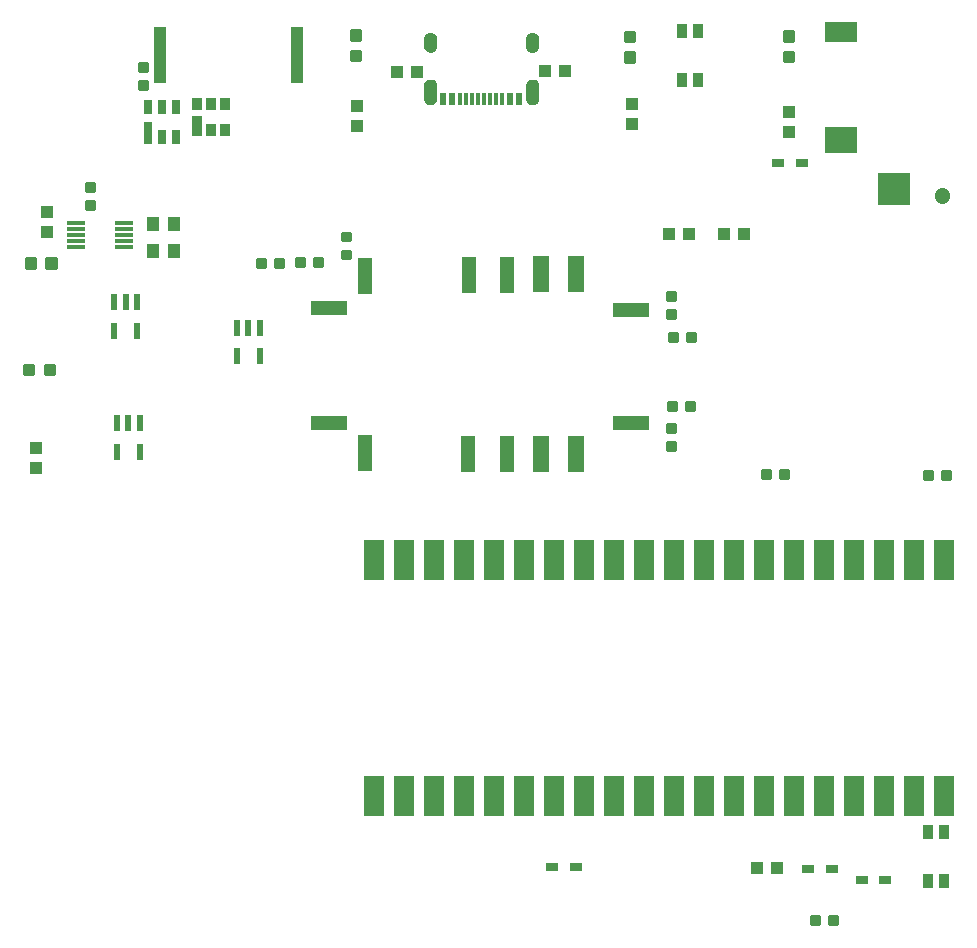
<source format=gtp>
G75*
%MOIN*%
%OFA0B0*%
%FSLAX25Y25*%
%IPPOS*%
%LPD*%
%AMOC8*
5,1,8,0,0,1.08239X$1,22.5*
%
%ADD10R,0.03937X0.04331*%
%ADD11R,0.06693X0.13780*%
%ADD12R,0.03543X0.04921*%
%ADD13R,0.05000X0.12000*%
%ADD14R,0.12000X0.05000*%
%ADD15R,0.05500X0.12000*%
%ADD16R,0.05600X0.12000*%
%ADD17C,0.00875*%
%ADD18R,0.01181X0.03937*%
%ADD19R,0.02362X0.03937*%
%ADD20C,0.00039*%
%ADD21R,0.03937X0.03150*%
%ADD22C,0.01181*%
%ADD23R,0.02700X0.07700*%
%ADD24R,0.02700X0.04600*%
%ADD25R,0.03937X0.12992*%
%ADD26R,0.03189X0.06693*%
%ADD27R,0.03189X0.04134*%
%ADD28C,0.05000*%
%ADD29R,0.06000X0.01300*%
%ADD30R,0.04134X0.05118*%
%ADD31R,0.11024X0.06661*%
%ADD32R,0.11024X0.09024*%
%ADD33R,0.11024X0.11024*%
%ADD34R,0.02200X0.05800*%
D10*
X0049035Y0196881D03*
X0049035Y0203574D03*
X0052835Y0275581D03*
X0052835Y0282274D03*
X0156135Y0310881D03*
X0156135Y0317574D03*
X0169488Y0328928D03*
X0176181Y0328928D03*
X0218788Y0329128D03*
X0225481Y0329128D03*
X0247635Y0318174D03*
X0247635Y0311481D03*
X0260088Y0274828D03*
X0266781Y0274828D03*
X0278288Y0274828D03*
X0284981Y0274828D03*
X0300135Y0308781D03*
X0300135Y0315474D03*
X0296181Y0063628D03*
X0289488Y0063628D03*
D11*
X0161835Y0087358D03*
X0171835Y0087358D03*
X0181835Y0087358D03*
X0191835Y0087358D03*
X0201835Y0087358D03*
X0211835Y0087358D03*
X0221835Y0087358D03*
X0231835Y0087358D03*
X0241835Y0087358D03*
X0251835Y0087358D03*
X0261835Y0087358D03*
X0271835Y0087358D03*
X0281835Y0087358D03*
X0291835Y0087358D03*
X0301835Y0087358D03*
X0311835Y0087358D03*
X0321835Y0087358D03*
X0331835Y0087358D03*
X0341835Y0087358D03*
X0351835Y0087358D03*
X0351835Y0166098D03*
X0341835Y0166098D03*
X0331835Y0166098D03*
X0321835Y0166098D03*
X0311835Y0166098D03*
X0301835Y0166098D03*
X0291835Y0166098D03*
X0281835Y0166098D03*
X0271835Y0166098D03*
X0261835Y0166098D03*
X0251835Y0166098D03*
X0241835Y0166098D03*
X0231835Y0166098D03*
X0221835Y0166098D03*
X0211835Y0166098D03*
X0201835Y0166098D03*
X0191835Y0166098D03*
X0181835Y0166098D03*
X0171835Y0166098D03*
X0161835Y0166098D03*
D12*
X0264482Y0326155D03*
X0269797Y0326155D03*
X0269797Y0342494D03*
X0264443Y0342494D03*
X0346243Y0075594D03*
X0351597Y0075594D03*
X0351597Y0059255D03*
X0346282Y0059255D03*
D13*
X0206009Y0201432D03*
X0193189Y0201432D03*
X0158669Y0201932D03*
X0158788Y0260736D03*
X0193504Y0261169D03*
X0206004Y0261279D03*
D14*
X0247287Y0249432D03*
X0247268Y0211932D03*
X0146748Y0211736D03*
X0146768Y0250236D03*
D15*
X0217504Y0261389D03*
X0217528Y0201432D03*
X0229048Y0201432D03*
D16*
X0229004Y0261499D03*
D17*
X0259422Y0255441D02*
X0259422Y0252815D01*
X0259422Y0255441D02*
X0262048Y0255441D01*
X0262048Y0252815D01*
X0259422Y0252815D01*
X0259422Y0253689D02*
X0262048Y0253689D01*
X0262048Y0254563D02*
X0259422Y0254563D01*
X0259422Y0255437D02*
X0262048Y0255437D01*
X0259422Y0249441D02*
X0259422Y0246815D01*
X0259422Y0249441D02*
X0262048Y0249441D01*
X0262048Y0246815D01*
X0259422Y0246815D01*
X0259422Y0247689D02*
X0262048Y0247689D01*
X0262048Y0248563D02*
X0259422Y0248563D01*
X0259422Y0249437D02*
X0262048Y0249437D01*
X0262748Y0239115D02*
X0260122Y0239115D01*
X0260122Y0241741D01*
X0262748Y0241741D01*
X0262748Y0239115D01*
X0262748Y0239989D02*
X0260122Y0239989D01*
X0260122Y0240863D02*
X0262748Y0240863D01*
X0262748Y0241737D02*
X0260122Y0241737D01*
X0266122Y0239115D02*
X0268748Y0239115D01*
X0266122Y0239115D02*
X0266122Y0241741D01*
X0268748Y0241741D01*
X0268748Y0239115D01*
X0268748Y0239989D02*
X0266122Y0239989D01*
X0266122Y0240863D02*
X0268748Y0240863D01*
X0268748Y0241737D02*
X0266122Y0241737D01*
X0265622Y0218941D02*
X0268248Y0218941D01*
X0268248Y0216315D01*
X0265622Y0216315D01*
X0265622Y0218941D01*
X0265622Y0217189D02*
X0268248Y0217189D01*
X0268248Y0218063D02*
X0265622Y0218063D01*
X0265622Y0218937D02*
X0268248Y0218937D01*
X0262248Y0218941D02*
X0259622Y0218941D01*
X0262248Y0218941D02*
X0262248Y0216315D01*
X0259622Y0216315D01*
X0259622Y0218941D01*
X0259622Y0217189D02*
X0262248Y0217189D01*
X0262248Y0218063D02*
X0259622Y0218063D01*
X0259622Y0218937D02*
X0262248Y0218937D01*
X0259422Y0211541D02*
X0259422Y0208915D01*
X0259422Y0211541D02*
X0262048Y0211541D01*
X0262048Y0208915D01*
X0259422Y0208915D01*
X0259422Y0209789D02*
X0262048Y0209789D01*
X0262048Y0210663D02*
X0259422Y0210663D01*
X0259422Y0211537D02*
X0262048Y0211537D01*
X0259422Y0205541D02*
X0259422Y0202915D01*
X0259422Y0205541D02*
X0262048Y0205541D01*
X0262048Y0202915D01*
X0259422Y0202915D01*
X0259422Y0203789D02*
X0262048Y0203789D01*
X0262048Y0204663D02*
X0259422Y0204663D01*
X0259422Y0205537D02*
X0262048Y0205537D01*
X0291122Y0193515D02*
X0293748Y0193515D01*
X0291122Y0193515D02*
X0291122Y0196141D01*
X0293748Y0196141D01*
X0293748Y0193515D01*
X0293748Y0194389D02*
X0291122Y0194389D01*
X0291122Y0195263D02*
X0293748Y0195263D01*
X0293748Y0196137D02*
X0291122Y0196137D01*
X0297122Y0193515D02*
X0299748Y0193515D01*
X0297122Y0193515D02*
X0297122Y0196141D01*
X0299748Y0196141D01*
X0299748Y0193515D01*
X0299748Y0194389D02*
X0297122Y0194389D01*
X0297122Y0195263D02*
X0299748Y0195263D01*
X0299748Y0196137D02*
X0297122Y0196137D01*
X0345122Y0193115D02*
X0347748Y0193115D01*
X0345122Y0193115D02*
X0345122Y0195741D01*
X0347748Y0195741D01*
X0347748Y0193115D01*
X0347748Y0193989D02*
X0345122Y0193989D01*
X0345122Y0194863D02*
X0347748Y0194863D01*
X0347748Y0195737D02*
X0345122Y0195737D01*
X0351122Y0193115D02*
X0353748Y0193115D01*
X0351122Y0193115D02*
X0351122Y0195741D01*
X0353748Y0195741D01*
X0353748Y0193115D01*
X0353748Y0193989D02*
X0351122Y0193989D01*
X0351122Y0194863D02*
X0353748Y0194863D01*
X0353748Y0195737D02*
X0351122Y0195737D01*
X0315948Y0047441D02*
X0313322Y0047441D01*
X0315948Y0047441D02*
X0315948Y0044815D01*
X0313322Y0044815D01*
X0313322Y0047441D01*
X0313322Y0045689D02*
X0315948Y0045689D01*
X0315948Y0046563D02*
X0313322Y0046563D01*
X0313322Y0047437D02*
X0315948Y0047437D01*
X0309948Y0047441D02*
X0307322Y0047441D01*
X0309948Y0047441D02*
X0309948Y0044815D01*
X0307322Y0044815D01*
X0307322Y0047441D01*
X0307322Y0045689D02*
X0309948Y0045689D01*
X0309948Y0046563D02*
X0307322Y0046563D01*
X0307322Y0047437D02*
X0309948Y0047437D01*
X0131348Y0263915D02*
X0128722Y0263915D01*
X0128722Y0266541D01*
X0131348Y0266541D01*
X0131348Y0263915D01*
X0131348Y0264789D02*
X0128722Y0264789D01*
X0128722Y0265663D02*
X0131348Y0265663D01*
X0131348Y0266537D02*
X0128722Y0266537D01*
X0125348Y0263915D02*
X0122722Y0263915D01*
X0122722Y0266541D01*
X0125348Y0266541D01*
X0125348Y0263915D01*
X0125348Y0264789D02*
X0122722Y0264789D01*
X0122722Y0265663D02*
X0125348Y0265663D01*
X0125348Y0266537D02*
X0122722Y0266537D01*
X0135822Y0266841D02*
X0138448Y0266841D01*
X0138448Y0264215D01*
X0135822Y0264215D01*
X0135822Y0266841D01*
X0135822Y0265089D02*
X0138448Y0265089D01*
X0138448Y0265963D02*
X0135822Y0265963D01*
X0135822Y0266837D02*
X0138448Y0266837D01*
X0141822Y0266841D02*
X0144448Y0266841D01*
X0144448Y0264215D01*
X0141822Y0264215D01*
X0141822Y0266841D01*
X0141822Y0265089D02*
X0144448Y0265089D01*
X0144448Y0265963D02*
X0141822Y0265963D01*
X0141822Y0266837D02*
X0144448Y0266837D01*
X0151022Y0266715D02*
X0151022Y0269341D01*
X0153648Y0269341D01*
X0153648Y0266715D01*
X0151022Y0266715D01*
X0151022Y0267589D02*
X0153648Y0267589D01*
X0153648Y0268463D02*
X0151022Y0268463D01*
X0151022Y0269337D02*
X0153648Y0269337D01*
X0151022Y0272715D02*
X0151022Y0275341D01*
X0153648Y0275341D01*
X0153648Y0272715D01*
X0151022Y0272715D01*
X0151022Y0273589D02*
X0153648Y0273589D01*
X0153648Y0274463D02*
X0151022Y0274463D01*
X0151022Y0275337D02*
X0153648Y0275337D01*
X0083522Y0323115D02*
X0083522Y0325741D01*
X0086148Y0325741D01*
X0086148Y0323115D01*
X0083522Y0323115D01*
X0083522Y0323989D02*
X0086148Y0323989D01*
X0086148Y0324863D02*
X0083522Y0324863D01*
X0083522Y0325737D02*
X0086148Y0325737D01*
X0083522Y0329115D02*
X0083522Y0331741D01*
X0086148Y0331741D01*
X0086148Y0329115D01*
X0083522Y0329115D01*
X0083522Y0329989D02*
X0086148Y0329989D01*
X0086148Y0330863D02*
X0083522Y0330863D01*
X0083522Y0331737D02*
X0086148Y0331737D01*
X0065622Y0291941D02*
X0065622Y0289315D01*
X0065622Y0291941D02*
X0068248Y0291941D01*
X0068248Y0289315D01*
X0065622Y0289315D01*
X0065622Y0290189D02*
X0068248Y0290189D01*
X0068248Y0291063D02*
X0065622Y0291063D01*
X0065622Y0291937D02*
X0068248Y0291937D01*
X0065622Y0285941D02*
X0065622Y0283315D01*
X0065622Y0285941D02*
X0068248Y0285941D01*
X0068248Y0283315D01*
X0065622Y0283315D01*
X0065622Y0284189D02*
X0068248Y0284189D01*
X0068248Y0285063D02*
X0065622Y0285063D01*
X0065622Y0285937D02*
X0068248Y0285937D01*
D18*
X0190545Y0319966D03*
X0192513Y0319966D03*
X0194482Y0319966D03*
X0196450Y0319966D03*
X0198419Y0319966D03*
X0200387Y0319966D03*
X0202356Y0319966D03*
X0204325Y0319966D03*
D19*
X0207080Y0319966D03*
X0210132Y0319966D03*
X0187789Y0319966D03*
X0184738Y0319966D03*
D20*
X0182395Y0320084D02*
X0182395Y0324809D01*
X0182309Y0325181D01*
X0182142Y0325524D01*
X0181903Y0325821D01*
X0181604Y0326058D01*
X0181260Y0326223D01*
X0180887Y0326306D01*
X0180506Y0326305D01*
X0180085Y0326297D01*
X0179677Y0326196D01*
X0179301Y0326007D01*
X0178977Y0325739D01*
X0178720Y0325406D01*
X0178545Y0325024D01*
X0178458Y0324612D01*
X0178458Y0319887D01*
X0178529Y0319456D01*
X0178694Y0319052D01*
X0182137Y0319052D01*
X0182115Y0319014D02*
X0178720Y0319014D01*
X0178694Y0319052D02*
X0178945Y0318694D01*
X0179269Y0318401D01*
X0179650Y0318187D01*
X0180069Y0318064D01*
X0180506Y0318037D01*
X0180942Y0318104D01*
X0181352Y0318266D01*
X0181716Y0318516D01*
X0182015Y0318840D01*
X0182235Y0319222D01*
X0182364Y0319644D01*
X0182395Y0320084D01*
X0182395Y0320075D02*
X0178458Y0320075D01*
X0178458Y0320113D02*
X0182395Y0320113D01*
X0182395Y0320151D02*
X0178458Y0320151D01*
X0178458Y0320189D02*
X0182395Y0320189D01*
X0182395Y0320226D02*
X0178458Y0320226D01*
X0178458Y0320264D02*
X0182395Y0320264D01*
X0182395Y0320302D02*
X0178458Y0320302D01*
X0178458Y0320340D02*
X0182395Y0320340D01*
X0182395Y0320378D02*
X0178458Y0320378D01*
X0178458Y0320416D02*
X0182395Y0320416D01*
X0182395Y0320454D02*
X0178458Y0320454D01*
X0178458Y0320492D02*
X0182395Y0320492D01*
X0182395Y0320529D02*
X0178458Y0320529D01*
X0178458Y0320567D02*
X0182395Y0320567D01*
X0182395Y0320605D02*
X0178458Y0320605D01*
X0178458Y0320643D02*
X0182395Y0320643D01*
X0182395Y0320681D02*
X0178458Y0320681D01*
X0178458Y0320719D02*
X0182395Y0320719D01*
X0182395Y0320757D02*
X0178458Y0320757D01*
X0178458Y0320795D02*
X0182395Y0320795D01*
X0182395Y0320833D02*
X0178458Y0320833D01*
X0178458Y0320870D02*
X0182395Y0320870D01*
X0182395Y0320908D02*
X0178458Y0320908D01*
X0178458Y0320946D02*
X0182395Y0320946D01*
X0182395Y0320984D02*
X0178458Y0320984D01*
X0178458Y0321022D02*
X0182395Y0321022D01*
X0182395Y0321060D02*
X0178458Y0321060D01*
X0178458Y0321098D02*
X0182395Y0321098D01*
X0182395Y0321136D02*
X0178458Y0321136D01*
X0178458Y0321173D02*
X0182395Y0321173D01*
X0182395Y0321211D02*
X0178458Y0321211D01*
X0178458Y0321249D02*
X0182395Y0321249D01*
X0182395Y0321287D02*
X0178458Y0321287D01*
X0178458Y0321325D02*
X0182395Y0321325D01*
X0182395Y0321363D02*
X0178458Y0321363D01*
X0178458Y0321401D02*
X0182395Y0321401D01*
X0182395Y0321439D02*
X0178458Y0321439D01*
X0178458Y0321477D02*
X0182395Y0321477D01*
X0182395Y0321514D02*
X0178458Y0321514D01*
X0178458Y0321552D02*
X0182395Y0321552D01*
X0182395Y0321590D02*
X0178458Y0321590D01*
X0178458Y0321628D02*
X0182395Y0321628D01*
X0182395Y0321666D02*
X0178458Y0321666D01*
X0178458Y0321704D02*
X0182395Y0321704D01*
X0182395Y0321742D02*
X0178458Y0321742D01*
X0178458Y0321780D02*
X0182395Y0321780D01*
X0182395Y0321817D02*
X0178458Y0321817D01*
X0178458Y0321855D02*
X0182395Y0321855D01*
X0182395Y0321893D02*
X0178458Y0321893D01*
X0178458Y0321931D02*
X0182395Y0321931D01*
X0182395Y0321969D02*
X0178458Y0321969D01*
X0178458Y0322007D02*
X0182395Y0322007D01*
X0182395Y0322045D02*
X0178458Y0322045D01*
X0178458Y0322083D02*
X0182395Y0322083D01*
X0182395Y0322121D02*
X0178458Y0322121D01*
X0178458Y0322158D02*
X0182395Y0322158D01*
X0182395Y0322196D02*
X0178458Y0322196D01*
X0178458Y0322234D02*
X0182395Y0322234D01*
X0182395Y0322272D02*
X0178458Y0322272D01*
X0178458Y0322310D02*
X0182395Y0322310D01*
X0182395Y0322348D02*
X0178458Y0322348D01*
X0178458Y0322386D02*
X0182395Y0322386D01*
X0182395Y0322424D02*
X0178458Y0322424D01*
X0178458Y0322461D02*
X0182395Y0322461D01*
X0182395Y0322499D02*
X0178458Y0322499D01*
X0178458Y0322537D02*
X0182395Y0322537D01*
X0182395Y0322575D02*
X0178458Y0322575D01*
X0178458Y0322613D02*
X0182395Y0322613D01*
X0182395Y0322651D02*
X0178458Y0322651D01*
X0178458Y0322689D02*
X0182395Y0322689D01*
X0182395Y0322727D02*
X0178458Y0322727D01*
X0178458Y0322764D02*
X0182395Y0322764D01*
X0182395Y0322802D02*
X0178458Y0322802D01*
X0178458Y0322840D02*
X0182395Y0322840D01*
X0182395Y0322878D02*
X0178458Y0322878D01*
X0178458Y0322916D02*
X0182395Y0322916D01*
X0182395Y0322954D02*
X0178458Y0322954D01*
X0178458Y0322992D02*
X0182395Y0322992D01*
X0182395Y0323030D02*
X0178458Y0323030D01*
X0178458Y0323068D02*
X0182395Y0323068D01*
X0182395Y0323105D02*
X0178458Y0323105D01*
X0178458Y0323143D02*
X0182395Y0323143D01*
X0182395Y0323181D02*
X0178458Y0323181D01*
X0178458Y0323219D02*
X0182395Y0323219D01*
X0182395Y0323257D02*
X0178458Y0323257D01*
X0178458Y0323295D02*
X0182395Y0323295D01*
X0182395Y0323333D02*
X0178458Y0323333D01*
X0178458Y0323371D02*
X0182395Y0323371D01*
X0182395Y0323408D02*
X0178458Y0323408D01*
X0178458Y0323446D02*
X0182395Y0323446D01*
X0182395Y0323484D02*
X0178458Y0323484D01*
X0178458Y0323522D02*
X0182395Y0323522D01*
X0182395Y0323560D02*
X0178458Y0323560D01*
X0178458Y0323598D02*
X0182395Y0323598D01*
X0182395Y0323636D02*
X0178458Y0323636D01*
X0178458Y0323674D02*
X0182395Y0323674D01*
X0182395Y0323712D02*
X0178458Y0323712D01*
X0178458Y0323749D02*
X0182395Y0323749D01*
X0182395Y0323787D02*
X0178458Y0323787D01*
X0178458Y0323825D02*
X0182395Y0323825D01*
X0182395Y0323863D02*
X0178458Y0323863D01*
X0178458Y0323901D02*
X0182395Y0323901D01*
X0182395Y0323939D02*
X0178458Y0323939D01*
X0178458Y0323977D02*
X0182395Y0323977D01*
X0182395Y0324015D02*
X0178458Y0324015D01*
X0178458Y0324052D02*
X0182395Y0324052D01*
X0182395Y0324090D02*
X0178458Y0324090D01*
X0178458Y0324128D02*
X0182395Y0324128D01*
X0182395Y0324166D02*
X0178458Y0324166D01*
X0178458Y0324204D02*
X0182395Y0324204D01*
X0182395Y0324242D02*
X0178458Y0324242D01*
X0178458Y0324280D02*
X0182395Y0324280D01*
X0182395Y0324318D02*
X0178458Y0324318D01*
X0178458Y0324356D02*
X0182395Y0324356D01*
X0182395Y0324393D02*
X0178458Y0324393D01*
X0178458Y0324431D02*
X0182395Y0324431D01*
X0182395Y0324469D02*
X0178458Y0324469D01*
X0178458Y0324507D02*
X0182395Y0324507D01*
X0182395Y0324545D02*
X0178458Y0324545D01*
X0178458Y0324583D02*
X0182395Y0324583D01*
X0182395Y0324621D02*
X0178460Y0324621D01*
X0178468Y0324659D02*
X0182395Y0324659D01*
X0182395Y0324696D02*
X0178476Y0324696D01*
X0178484Y0324734D02*
X0182395Y0324734D01*
X0182395Y0324772D02*
X0178492Y0324772D01*
X0178500Y0324810D02*
X0182395Y0324810D01*
X0182386Y0324848D02*
X0178508Y0324848D01*
X0178516Y0324886D02*
X0182377Y0324886D01*
X0182369Y0324924D02*
X0178524Y0324924D01*
X0178532Y0324962D02*
X0182360Y0324962D01*
X0182351Y0324999D02*
X0178540Y0324999D01*
X0178551Y0325037D02*
X0182342Y0325037D01*
X0182334Y0325075D02*
X0178568Y0325075D01*
X0178586Y0325113D02*
X0182325Y0325113D01*
X0182316Y0325151D02*
X0178603Y0325151D01*
X0178621Y0325189D02*
X0182305Y0325189D01*
X0182287Y0325227D02*
X0178638Y0325227D01*
X0178656Y0325265D02*
X0182268Y0325265D01*
X0182250Y0325303D02*
X0178673Y0325303D01*
X0178690Y0325340D02*
X0182231Y0325340D01*
X0182213Y0325378D02*
X0178708Y0325378D01*
X0178728Y0325416D02*
X0182195Y0325416D01*
X0182176Y0325454D02*
X0178758Y0325454D01*
X0178787Y0325492D02*
X0182158Y0325492D01*
X0182137Y0325530D02*
X0178816Y0325530D01*
X0178845Y0325568D02*
X0182107Y0325568D01*
X0182077Y0325606D02*
X0178874Y0325606D01*
X0178903Y0325643D02*
X0182046Y0325643D01*
X0182016Y0325681D02*
X0178932Y0325681D01*
X0178961Y0325719D02*
X0181985Y0325719D01*
X0181955Y0325757D02*
X0178998Y0325757D01*
X0179044Y0325795D02*
X0181924Y0325795D01*
X0181889Y0325833D02*
X0179090Y0325833D01*
X0179136Y0325871D02*
X0181841Y0325871D01*
X0181793Y0325909D02*
X0179182Y0325909D01*
X0179228Y0325947D02*
X0181745Y0325947D01*
X0181697Y0325984D02*
X0179273Y0325984D01*
X0179331Y0326022D02*
X0181649Y0326022D01*
X0181600Y0326060D02*
X0179406Y0326060D01*
X0179481Y0326098D02*
X0181521Y0326098D01*
X0181441Y0326136D02*
X0179556Y0326136D01*
X0179632Y0326174D02*
X0181362Y0326174D01*
X0181282Y0326212D02*
X0179738Y0326212D01*
X0179892Y0326250D02*
X0181139Y0326250D01*
X0180971Y0326287D02*
X0180045Y0326287D01*
X0178458Y0320037D02*
X0182392Y0320037D01*
X0182389Y0319999D02*
X0178458Y0319999D01*
X0178458Y0319961D02*
X0182386Y0319961D01*
X0182384Y0319923D02*
X0178458Y0319923D01*
X0178459Y0319886D02*
X0182381Y0319886D01*
X0182378Y0319848D02*
X0178465Y0319848D01*
X0178471Y0319810D02*
X0182376Y0319810D01*
X0182373Y0319772D02*
X0178477Y0319772D01*
X0178484Y0319734D02*
X0182370Y0319734D01*
X0182367Y0319696D02*
X0178490Y0319696D01*
X0178496Y0319658D02*
X0182365Y0319658D01*
X0182356Y0319620D02*
X0178502Y0319620D01*
X0178508Y0319582D02*
X0182345Y0319582D01*
X0182333Y0319545D02*
X0178515Y0319545D01*
X0178521Y0319507D02*
X0182321Y0319507D01*
X0182310Y0319469D02*
X0178527Y0319469D01*
X0178539Y0319431D02*
X0182298Y0319431D01*
X0182287Y0319393D02*
X0178555Y0319393D01*
X0178570Y0319355D02*
X0182275Y0319355D01*
X0182264Y0319317D02*
X0178586Y0319317D01*
X0178601Y0319279D02*
X0182252Y0319279D01*
X0182240Y0319242D02*
X0178617Y0319242D01*
X0178632Y0319204D02*
X0182224Y0319204D01*
X0182202Y0319166D02*
X0178648Y0319166D01*
X0178663Y0319128D02*
X0182180Y0319128D01*
X0182159Y0319090D02*
X0178678Y0319090D01*
X0178747Y0318976D02*
X0182093Y0318976D01*
X0182072Y0318938D02*
X0178773Y0318938D01*
X0178800Y0318901D02*
X0182050Y0318901D01*
X0182028Y0318863D02*
X0178827Y0318863D01*
X0178853Y0318825D02*
X0182001Y0318825D01*
X0181966Y0318787D02*
X0178880Y0318787D01*
X0178906Y0318749D02*
X0181931Y0318749D01*
X0181896Y0318711D02*
X0178933Y0318711D01*
X0178968Y0318673D02*
X0181861Y0318673D01*
X0181826Y0318635D02*
X0179010Y0318635D01*
X0179052Y0318598D02*
X0181791Y0318598D01*
X0181756Y0318560D02*
X0179093Y0318560D01*
X0179135Y0318522D02*
X0181721Y0318522D01*
X0181669Y0318484D02*
X0179177Y0318484D01*
X0179219Y0318446D02*
X0181614Y0318446D01*
X0181559Y0318408D02*
X0179261Y0318408D01*
X0179324Y0318370D02*
X0181504Y0318370D01*
X0181448Y0318332D02*
X0179391Y0318332D01*
X0179459Y0318294D02*
X0181393Y0318294D01*
X0181328Y0318257D02*
X0179527Y0318257D01*
X0179594Y0318219D02*
X0181232Y0318219D01*
X0181136Y0318181D02*
X0179673Y0318181D01*
X0179801Y0318143D02*
X0181040Y0318143D01*
X0180944Y0318105D02*
X0179930Y0318105D01*
X0180059Y0318067D02*
X0180702Y0318067D01*
X0180506Y0335557D02*
X0180058Y0335598D01*
X0179631Y0335739D01*
X0179245Y0335970D01*
X0178921Y0336282D01*
X0178674Y0336658D01*
X0178517Y0337079D01*
X0178458Y0337525D01*
X0178458Y0339887D01*
X0182395Y0339887D01*
X0182395Y0339925D02*
X0178461Y0339925D01*
X0178458Y0339887D02*
X0178493Y0340314D01*
X0178622Y0340722D01*
X0178838Y0341091D01*
X0179131Y0341403D01*
X0179486Y0341641D01*
X0179885Y0341795D01*
X0180309Y0341856D01*
X0180742Y0341843D01*
X0181161Y0341733D01*
X0181546Y0341533D01*
X0181876Y0341253D01*
X0182136Y0340906D01*
X0182312Y0340510D01*
X0182395Y0340084D01*
X0182395Y0337722D01*
X0182375Y0337268D01*
X0182254Y0336829D01*
X0182039Y0336428D01*
X0181740Y0336085D01*
X0181372Y0335817D01*
X0180953Y0335638D01*
X0180506Y0335557D01*
X0180569Y0335568D02*
X0180380Y0335568D01*
X0180034Y0335606D02*
X0180778Y0335606D01*
X0180967Y0335644D02*
X0179918Y0335644D01*
X0179803Y0335682D02*
X0181056Y0335682D01*
X0181144Y0335720D02*
X0179687Y0335720D01*
X0179598Y0335758D02*
X0181233Y0335758D01*
X0181321Y0335796D02*
X0179535Y0335796D01*
X0179472Y0335834D02*
X0181394Y0335834D01*
X0181446Y0335871D02*
X0179409Y0335871D01*
X0179346Y0335909D02*
X0181498Y0335909D01*
X0181550Y0335947D02*
X0179284Y0335947D01*
X0179230Y0335985D02*
X0181602Y0335985D01*
X0181654Y0336023D02*
X0179190Y0336023D01*
X0179151Y0336061D02*
X0181706Y0336061D01*
X0181752Y0336099D02*
X0179112Y0336099D01*
X0179072Y0336137D02*
X0181785Y0336137D01*
X0181818Y0336175D02*
X0179033Y0336175D01*
X0178993Y0336212D02*
X0181851Y0336212D01*
X0181884Y0336250D02*
X0178954Y0336250D01*
X0178917Y0336288D02*
X0181917Y0336288D01*
X0181950Y0336326D02*
X0178892Y0336326D01*
X0178867Y0336364D02*
X0181983Y0336364D01*
X0182016Y0336402D02*
X0178842Y0336402D01*
X0178818Y0336440D02*
X0182045Y0336440D01*
X0182066Y0336478D02*
X0178793Y0336478D01*
X0178768Y0336515D02*
X0182086Y0336515D01*
X0182106Y0336553D02*
X0178743Y0336553D01*
X0178718Y0336591D02*
X0182127Y0336591D01*
X0182147Y0336629D02*
X0178693Y0336629D01*
X0178671Y0336667D02*
X0182167Y0336667D01*
X0182188Y0336705D02*
X0178657Y0336705D01*
X0178643Y0336743D02*
X0182208Y0336743D01*
X0182228Y0336781D02*
X0178629Y0336781D01*
X0178615Y0336818D02*
X0182249Y0336818D01*
X0182262Y0336856D02*
X0178600Y0336856D01*
X0178586Y0336894D02*
X0182272Y0336894D01*
X0182283Y0336932D02*
X0178572Y0336932D01*
X0178558Y0336970D02*
X0182293Y0336970D01*
X0182304Y0337008D02*
X0178544Y0337008D01*
X0178530Y0337046D02*
X0182314Y0337046D01*
X0182325Y0337084D02*
X0178517Y0337084D01*
X0178512Y0337122D02*
X0182335Y0337122D01*
X0182345Y0337159D02*
X0178507Y0337159D01*
X0178502Y0337197D02*
X0182356Y0337197D01*
X0182366Y0337235D02*
X0178497Y0337235D01*
X0178492Y0337273D02*
X0182375Y0337273D01*
X0182377Y0337311D02*
X0178487Y0337311D01*
X0178482Y0337349D02*
X0182379Y0337349D01*
X0182380Y0337387D02*
X0178477Y0337387D01*
X0178472Y0337425D02*
X0182382Y0337425D01*
X0182384Y0337462D02*
X0178467Y0337462D01*
X0178462Y0337500D02*
X0182386Y0337500D01*
X0182387Y0337538D02*
X0178458Y0337538D01*
X0178458Y0337576D02*
X0182389Y0337576D01*
X0182391Y0337614D02*
X0178458Y0337614D01*
X0178458Y0337652D02*
X0182392Y0337652D01*
X0182394Y0337690D02*
X0178458Y0337690D01*
X0178458Y0337728D02*
X0182395Y0337728D01*
X0182395Y0337766D02*
X0178458Y0337766D01*
X0178458Y0337803D02*
X0182395Y0337803D01*
X0182395Y0337841D02*
X0178458Y0337841D01*
X0178458Y0337879D02*
X0182395Y0337879D01*
X0182395Y0337917D02*
X0178458Y0337917D01*
X0178458Y0337955D02*
X0182395Y0337955D01*
X0182395Y0337993D02*
X0178458Y0337993D01*
X0178458Y0338031D02*
X0182395Y0338031D01*
X0182395Y0338069D02*
X0178458Y0338069D01*
X0178458Y0338106D02*
X0182395Y0338106D01*
X0182395Y0338144D02*
X0178458Y0338144D01*
X0178458Y0338182D02*
X0182395Y0338182D01*
X0182395Y0338220D02*
X0178458Y0338220D01*
X0178458Y0338258D02*
X0182395Y0338258D01*
X0182395Y0338296D02*
X0178458Y0338296D01*
X0178458Y0338334D02*
X0182395Y0338334D01*
X0182395Y0338372D02*
X0178458Y0338372D01*
X0178458Y0338410D02*
X0182395Y0338410D01*
X0182395Y0338447D02*
X0178458Y0338447D01*
X0178458Y0338485D02*
X0182395Y0338485D01*
X0182395Y0338523D02*
X0178458Y0338523D01*
X0178458Y0338561D02*
X0182395Y0338561D01*
X0182395Y0338599D02*
X0178458Y0338599D01*
X0178458Y0338637D02*
X0182395Y0338637D01*
X0182395Y0338675D02*
X0178458Y0338675D01*
X0178458Y0338713D02*
X0182395Y0338713D01*
X0182395Y0338750D02*
X0178458Y0338750D01*
X0178458Y0338788D02*
X0182395Y0338788D01*
X0182395Y0338826D02*
X0178458Y0338826D01*
X0178458Y0338864D02*
X0182395Y0338864D01*
X0182395Y0338902D02*
X0178458Y0338902D01*
X0178458Y0338940D02*
X0182395Y0338940D01*
X0182395Y0338978D02*
X0178458Y0338978D01*
X0178458Y0339016D02*
X0182395Y0339016D01*
X0182395Y0339053D02*
X0178458Y0339053D01*
X0178458Y0339091D02*
X0182395Y0339091D01*
X0182395Y0339129D02*
X0178458Y0339129D01*
X0178458Y0339167D02*
X0182395Y0339167D01*
X0182395Y0339205D02*
X0178458Y0339205D01*
X0178458Y0339243D02*
X0182395Y0339243D01*
X0182395Y0339281D02*
X0178458Y0339281D01*
X0178458Y0339319D02*
X0182395Y0339319D01*
X0182395Y0339357D02*
X0178458Y0339357D01*
X0178458Y0339394D02*
X0182395Y0339394D01*
X0182395Y0339432D02*
X0178458Y0339432D01*
X0178458Y0339470D02*
X0182395Y0339470D01*
X0182395Y0339508D02*
X0178458Y0339508D01*
X0178458Y0339546D02*
X0182395Y0339546D01*
X0182395Y0339584D02*
X0178458Y0339584D01*
X0178458Y0339622D02*
X0182395Y0339622D01*
X0182395Y0339660D02*
X0178458Y0339660D01*
X0178458Y0339697D02*
X0182395Y0339697D01*
X0182395Y0339735D02*
X0178458Y0339735D01*
X0178458Y0339773D02*
X0182395Y0339773D01*
X0182395Y0339811D02*
X0178458Y0339811D01*
X0178458Y0339849D02*
X0182395Y0339849D01*
X0182395Y0339963D02*
X0178464Y0339963D01*
X0178468Y0340001D02*
X0182395Y0340001D01*
X0182395Y0340038D02*
X0178471Y0340038D01*
X0178474Y0340076D02*
X0182395Y0340076D01*
X0182390Y0340114D02*
X0178477Y0340114D01*
X0178480Y0340152D02*
X0182382Y0340152D01*
X0182375Y0340190D02*
X0178483Y0340190D01*
X0178486Y0340228D02*
X0182367Y0340228D01*
X0182360Y0340266D02*
X0178489Y0340266D01*
X0178492Y0340304D02*
X0182352Y0340304D01*
X0182345Y0340341D02*
X0178502Y0340341D01*
X0178514Y0340379D02*
X0182338Y0340379D01*
X0182330Y0340417D02*
X0178526Y0340417D01*
X0178538Y0340455D02*
X0182323Y0340455D01*
X0182315Y0340493D02*
X0178550Y0340493D01*
X0178562Y0340531D02*
X0182303Y0340531D01*
X0182286Y0340569D02*
X0178574Y0340569D01*
X0178585Y0340607D02*
X0182269Y0340607D01*
X0182252Y0340645D02*
X0178597Y0340645D01*
X0178609Y0340682D02*
X0182235Y0340682D01*
X0182218Y0340720D02*
X0178621Y0340720D01*
X0178643Y0340758D02*
X0182202Y0340758D01*
X0182185Y0340796D02*
X0178665Y0340796D01*
X0178688Y0340834D02*
X0182168Y0340834D01*
X0182151Y0340872D02*
X0178710Y0340872D01*
X0178732Y0340910D02*
X0182133Y0340910D01*
X0182105Y0340948D02*
X0178754Y0340948D01*
X0178776Y0340985D02*
X0182076Y0340985D01*
X0182048Y0341023D02*
X0178799Y0341023D01*
X0178821Y0341061D02*
X0182020Y0341061D01*
X0181991Y0341099D02*
X0178846Y0341099D01*
X0178881Y0341137D02*
X0181963Y0341137D01*
X0181935Y0341175D02*
X0178917Y0341175D01*
X0178953Y0341213D02*
X0181906Y0341213D01*
X0181878Y0341251D02*
X0178988Y0341251D01*
X0179024Y0341288D02*
X0181834Y0341288D01*
X0181790Y0341326D02*
X0179059Y0341326D01*
X0179095Y0341364D02*
X0181745Y0341364D01*
X0181700Y0341402D02*
X0179131Y0341402D01*
X0179187Y0341440D02*
X0181656Y0341440D01*
X0181611Y0341478D02*
X0179243Y0341478D01*
X0179299Y0341516D02*
X0181567Y0341516D01*
X0181507Y0341554D02*
X0179356Y0341554D01*
X0179412Y0341592D02*
X0181434Y0341592D01*
X0181361Y0341629D02*
X0179469Y0341629D01*
X0179554Y0341667D02*
X0181288Y0341667D01*
X0181215Y0341705D02*
X0179652Y0341705D01*
X0179751Y0341743D02*
X0181124Y0341743D01*
X0180979Y0341781D02*
X0179849Y0341781D01*
X0180051Y0341819D02*
X0180833Y0341819D01*
X0212474Y0339887D02*
X0212474Y0337525D01*
X0212514Y0337095D01*
X0212648Y0336684D01*
X0212870Y0336314D01*
X0213170Y0336002D01*
X0213531Y0335765D01*
X0213936Y0335614D01*
X0214364Y0335557D01*
X0214812Y0335598D01*
X0215239Y0335739D01*
X0215624Y0335970D01*
X0215949Y0336282D01*
X0216195Y0336658D01*
X0216352Y0337079D01*
X0216411Y0337525D01*
X0216411Y0339887D01*
X0212474Y0339887D01*
X0212514Y0340318D01*
X0212648Y0340728D01*
X0212870Y0341099D01*
X0213170Y0341411D01*
X0213531Y0341648D01*
X0213936Y0341799D01*
X0214364Y0341856D01*
X0214812Y0341814D01*
X0215239Y0341674D01*
X0215624Y0341442D01*
X0215949Y0341131D01*
X0216195Y0340755D01*
X0216352Y0340333D01*
X0216411Y0339887D01*
X0216411Y0339849D02*
X0212474Y0339849D01*
X0212474Y0339811D02*
X0216411Y0339811D01*
X0216411Y0339773D02*
X0212474Y0339773D01*
X0212474Y0339735D02*
X0216411Y0339735D01*
X0216411Y0339697D02*
X0212474Y0339697D01*
X0212474Y0339660D02*
X0216411Y0339660D01*
X0216411Y0339622D02*
X0212474Y0339622D01*
X0212474Y0339584D02*
X0216411Y0339584D01*
X0216411Y0339546D02*
X0212474Y0339546D01*
X0212474Y0339508D02*
X0216411Y0339508D01*
X0216411Y0339470D02*
X0212474Y0339470D01*
X0212474Y0339432D02*
X0216411Y0339432D01*
X0216411Y0339394D02*
X0212474Y0339394D01*
X0212474Y0339357D02*
X0216411Y0339357D01*
X0216411Y0339319D02*
X0212474Y0339319D01*
X0212474Y0339281D02*
X0216411Y0339281D01*
X0216411Y0339243D02*
X0212474Y0339243D01*
X0212474Y0339205D02*
X0216411Y0339205D01*
X0216411Y0339167D02*
X0212474Y0339167D01*
X0212474Y0339129D02*
X0216411Y0339129D01*
X0216411Y0339091D02*
X0212474Y0339091D01*
X0212474Y0339053D02*
X0216411Y0339053D01*
X0216411Y0339016D02*
X0212474Y0339016D01*
X0212474Y0338978D02*
X0216411Y0338978D01*
X0216411Y0338940D02*
X0212474Y0338940D01*
X0212474Y0338902D02*
X0216411Y0338902D01*
X0216411Y0338864D02*
X0212474Y0338864D01*
X0212474Y0338826D02*
X0216411Y0338826D01*
X0216411Y0338788D02*
X0212474Y0338788D01*
X0212474Y0338750D02*
X0216411Y0338750D01*
X0216411Y0338713D02*
X0212474Y0338713D01*
X0212474Y0338675D02*
X0216411Y0338675D01*
X0216411Y0338637D02*
X0212474Y0338637D01*
X0212474Y0338599D02*
X0216411Y0338599D01*
X0216411Y0338561D02*
X0212474Y0338561D01*
X0212474Y0338523D02*
X0216411Y0338523D01*
X0216411Y0338485D02*
X0212474Y0338485D01*
X0212474Y0338447D02*
X0216411Y0338447D01*
X0216411Y0338410D02*
X0212474Y0338410D01*
X0212474Y0338372D02*
X0216411Y0338372D01*
X0216411Y0338334D02*
X0212474Y0338334D01*
X0212474Y0338296D02*
X0216411Y0338296D01*
X0216411Y0338258D02*
X0212474Y0338258D01*
X0212474Y0338220D02*
X0216411Y0338220D01*
X0216411Y0338182D02*
X0212474Y0338182D01*
X0212474Y0338144D02*
X0216411Y0338144D01*
X0216411Y0338106D02*
X0212474Y0338106D01*
X0212474Y0338069D02*
X0216411Y0338069D01*
X0216411Y0338031D02*
X0212474Y0338031D01*
X0212474Y0337993D02*
X0216411Y0337993D01*
X0216411Y0337955D02*
X0212474Y0337955D01*
X0212474Y0337917D02*
X0216411Y0337917D01*
X0216411Y0337879D02*
X0212474Y0337879D01*
X0212474Y0337841D02*
X0216411Y0337841D01*
X0216411Y0337803D02*
X0212474Y0337803D01*
X0212474Y0337766D02*
X0216411Y0337766D01*
X0216411Y0337728D02*
X0212474Y0337728D01*
X0212474Y0337690D02*
X0216411Y0337690D01*
X0216411Y0337652D02*
X0212474Y0337652D01*
X0212474Y0337614D02*
X0216411Y0337614D01*
X0216411Y0337576D02*
X0212474Y0337576D01*
X0212474Y0337538D02*
X0216411Y0337538D01*
X0216408Y0337500D02*
X0212476Y0337500D01*
X0212480Y0337462D02*
X0216403Y0337462D01*
X0216398Y0337425D02*
X0212483Y0337425D01*
X0212487Y0337387D02*
X0216393Y0337387D01*
X0216388Y0337349D02*
X0212490Y0337349D01*
X0212494Y0337311D02*
X0216383Y0337311D01*
X0216378Y0337273D02*
X0212497Y0337273D01*
X0212501Y0337235D02*
X0216373Y0337235D01*
X0216368Y0337197D02*
X0212504Y0337197D01*
X0212508Y0337159D02*
X0216363Y0337159D01*
X0216358Y0337122D02*
X0212511Y0337122D01*
X0212517Y0337084D02*
X0216353Y0337084D01*
X0216339Y0337046D02*
X0212530Y0337046D01*
X0212542Y0337008D02*
X0216325Y0337008D01*
X0216311Y0336970D02*
X0212555Y0336970D01*
X0212567Y0336932D02*
X0216297Y0336932D01*
X0216283Y0336894D02*
X0212579Y0336894D01*
X0212592Y0336856D02*
X0216269Y0336856D01*
X0216255Y0336818D02*
X0212604Y0336818D01*
X0212617Y0336781D02*
X0216241Y0336781D01*
X0216227Y0336743D02*
X0212629Y0336743D01*
X0212641Y0336705D02*
X0216213Y0336705D01*
X0216199Y0336667D02*
X0212659Y0336667D01*
X0212681Y0336629D02*
X0216176Y0336629D01*
X0216151Y0336591D02*
X0212704Y0336591D01*
X0212727Y0336553D02*
X0216127Y0336553D01*
X0216102Y0336515D02*
X0212749Y0336515D01*
X0212772Y0336478D02*
X0216077Y0336478D01*
X0216052Y0336440D02*
X0212795Y0336440D01*
X0212818Y0336402D02*
X0216027Y0336402D01*
X0216002Y0336364D02*
X0212840Y0336364D01*
X0212863Y0336326D02*
X0215977Y0336326D01*
X0215953Y0336288D02*
X0212895Y0336288D01*
X0212932Y0336250D02*
X0215916Y0336250D01*
X0215876Y0336212D02*
X0212968Y0336212D01*
X0213004Y0336175D02*
X0215837Y0336175D01*
X0215797Y0336137D02*
X0213041Y0336137D01*
X0213077Y0336099D02*
X0215758Y0336099D01*
X0215719Y0336061D02*
X0213113Y0336061D01*
X0213150Y0336023D02*
X0215679Y0336023D01*
X0215640Y0335985D02*
X0213196Y0335985D01*
X0213253Y0335947D02*
X0215586Y0335947D01*
X0215523Y0335909D02*
X0213311Y0335909D01*
X0213369Y0335871D02*
X0215460Y0335871D01*
X0215397Y0335834D02*
X0213426Y0335834D01*
X0213484Y0335796D02*
X0215334Y0335796D01*
X0215271Y0335758D02*
X0213550Y0335758D01*
X0213651Y0335720D02*
X0215182Y0335720D01*
X0215067Y0335682D02*
X0213753Y0335682D01*
X0213854Y0335644D02*
X0214951Y0335644D01*
X0214836Y0335606D02*
X0213993Y0335606D01*
X0214277Y0335568D02*
X0214489Y0335568D01*
X0216406Y0339925D02*
X0212478Y0339925D01*
X0212481Y0339963D02*
X0216401Y0339963D01*
X0216396Y0340001D02*
X0212485Y0340001D01*
X0212488Y0340038D02*
X0216391Y0340038D01*
X0216386Y0340076D02*
X0212491Y0340076D01*
X0212495Y0340114D02*
X0216381Y0340114D01*
X0216376Y0340152D02*
X0212498Y0340152D01*
X0212502Y0340190D02*
X0216371Y0340190D01*
X0216366Y0340228D02*
X0212505Y0340228D01*
X0212509Y0340266D02*
X0216361Y0340266D01*
X0216356Y0340304D02*
X0212512Y0340304D01*
X0212521Y0340341D02*
X0216349Y0340341D01*
X0216335Y0340379D02*
X0212534Y0340379D01*
X0212546Y0340417D02*
X0216321Y0340417D01*
X0216307Y0340455D02*
X0212559Y0340455D01*
X0212571Y0340493D02*
X0216293Y0340493D01*
X0216279Y0340531D02*
X0212583Y0340531D01*
X0212596Y0340569D02*
X0216264Y0340569D01*
X0216250Y0340607D02*
X0212608Y0340607D01*
X0212621Y0340645D02*
X0216236Y0340645D01*
X0216222Y0340682D02*
X0212633Y0340682D01*
X0212645Y0340720D02*
X0216208Y0340720D01*
X0216193Y0340758D02*
X0212666Y0340758D01*
X0212689Y0340796D02*
X0216168Y0340796D01*
X0216143Y0340834D02*
X0212711Y0340834D01*
X0212734Y0340872D02*
X0216118Y0340872D01*
X0216094Y0340910D02*
X0212757Y0340910D01*
X0212780Y0340948D02*
X0216069Y0340948D01*
X0216044Y0340985D02*
X0212802Y0340985D01*
X0212825Y0341023D02*
X0216019Y0341023D01*
X0215994Y0341061D02*
X0212848Y0341061D01*
X0212871Y0341099D02*
X0215969Y0341099D01*
X0215942Y0341137D02*
X0212907Y0341137D01*
X0212943Y0341175D02*
X0215903Y0341175D01*
X0215863Y0341213D02*
X0212980Y0341213D01*
X0213016Y0341251D02*
X0215824Y0341251D01*
X0215784Y0341288D02*
X0213052Y0341288D01*
X0213089Y0341326D02*
X0215745Y0341326D01*
X0215706Y0341364D02*
X0213125Y0341364D01*
X0213162Y0341402D02*
X0215666Y0341402D01*
X0215627Y0341440D02*
X0213214Y0341440D01*
X0213272Y0341478D02*
X0215565Y0341478D01*
X0215502Y0341516D02*
X0213330Y0341516D01*
X0213387Y0341554D02*
X0215439Y0341554D01*
X0215376Y0341592D02*
X0213445Y0341592D01*
X0213503Y0341629D02*
X0215313Y0341629D01*
X0215250Y0341667D02*
X0213583Y0341667D01*
X0213684Y0341705D02*
X0215145Y0341705D01*
X0215029Y0341743D02*
X0213786Y0341743D01*
X0213888Y0341781D02*
X0214914Y0341781D01*
X0214764Y0341819D02*
X0214085Y0341819D01*
X0214135Y0326301D02*
X0214561Y0326305D01*
X0214957Y0326278D01*
X0215337Y0326164D01*
X0215683Y0325967D01*
X0215976Y0325699D01*
X0216202Y0325373D01*
X0216349Y0325004D01*
X0216411Y0324612D01*
X0216411Y0319887D01*
X0216365Y0319476D01*
X0216228Y0319085D01*
X0216007Y0318734D01*
X0215714Y0318441D01*
X0215364Y0318220D01*
X0214972Y0318083D01*
X0214561Y0318037D01*
X0214120Y0318060D01*
X0213695Y0318181D01*
X0215251Y0318181D01*
X0215359Y0318219D02*
X0213626Y0318219D01*
X0213695Y0318181D02*
X0213308Y0318393D01*
X0212977Y0318686D01*
X0212720Y0319045D01*
X0212550Y0319452D01*
X0212474Y0319887D01*
X0212474Y0324612D01*
X0212565Y0325027D01*
X0212747Y0325412D01*
X0213009Y0325747D01*
X0213340Y0326015D01*
X0213721Y0326203D01*
X0214135Y0326301D01*
X0214077Y0326287D02*
X0214816Y0326287D01*
X0215051Y0326250D02*
X0213917Y0326250D01*
X0213758Y0326212D02*
X0215177Y0326212D01*
X0215303Y0326174D02*
X0213662Y0326174D01*
X0213585Y0326136D02*
X0215386Y0326136D01*
X0215452Y0326098D02*
X0213508Y0326098D01*
X0213431Y0326060D02*
X0215519Y0326060D01*
X0215586Y0326022D02*
X0213354Y0326022D01*
X0213302Y0325984D02*
X0215653Y0325984D01*
X0215705Y0325947D02*
X0213255Y0325947D01*
X0213208Y0325909D02*
X0215747Y0325909D01*
X0215788Y0325871D02*
X0213161Y0325871D01*
X0213115Y0325833D02*
X0215830Y0325833D01*
X0215871Y0325795D02*
X0213068Y0325795D01*
X0213021Y0325757D02*
X0215912Y0325757D01*
X0215954Y0325719D02*
X0212987Y0325719D01*
X0212958Y0325681D02*
X0215988Y0325681D01*
X0216014Y0325643D02*
X0212928Y0325643D01*
X0212898Y0325606D02*
X0216040Y0325606D01*
X0216067Y0325568D02*
X0212868Y0325568D01*
X0212839Y0325530D02*
X0216093Y0325530D01*
X0216119Y0325492D02*
X0212809Y0325492D01*
X0212779Y0325454D02*
X0216145Y0325454D01*
X0216171Y0325416D02*
X0212750Y0325416D01*
X0212731Y0325378D02*
X0216198Y0325378D01*
X0216214Y0325340D02*
X0212713Y0325340D01*
X0212695Y0325303D02*
X0216230Y0325303D01*
X0216245Y0325265D02*
X0212677Y0325265D01*
X0212659Y0325227D02*
X0216260Y0325227D01*
X0216275Y0325189D02*
X0212641Y0325189D01*
X0212624Y0325151D02*
X0216290Y0325151D01*
X0216306Y0325113D02*
X0212606Y0325113D01*
X0212588Y0325075D02*
X0216321Y0325075D01*
X0216336Y0325037D02*
X0212570Y0325037D01*
X0212559Y0324999D02*
X0216350Y0324999D01*
X0216356Y0324962D02*
X0212551Y0324962D01*
X0212543Y0324924D02*
X0216362Y0324924D01*
X0216368Y0324886D02*
X0212534Y0324886D01*
X0212526Y0324848D02*
X0216374Y0324848D01*
X0216380Y0324810D02*
X0212518Y0324810D01*
X0212509Y0324772D02*
X0216386Y0324772D01*
X0216392Y0324734D02*
X0212501Y0324734D01*
X0212493Y0324696D02*
X0216398Y0324696D01*
X0216404Y0324659D02*
X0212484Y0324659D01*
X0212476Y0324621D02*
X0216410Y0324621D01*
X0216411Y0324583D02*
X0212474Y0324583D01*
X0212474Y0324545D02*
X0216411Y0324545D01*
X0216411Y0324507D02*
X0212474Y0324507D01*
X0212474Y0324469D02*
X0216411Y0324469D01*
X0216411Y0324431D02*
X0212474Y0324431D01*
X0212474Y0324393D02*
X0216411Y0324393D01*
X0216411Y0324356D02*
X0212474Y0324356D01*
X0212474Y0324318D02*
X0216411Y0324318D01*
X0216411Y0324280D02*
X0212474Y0324280D01*
X0212474Y0324242D02*
X0216411Y0324242D01*
X0216411Y0324204D02*
X0212474Y0324204D01*
X0212474Y0324166D02*
X0216411Y0324166D01*
X0216411Y0324128D02*
X0212474Y0324128D01*
X0212474Y0324090D02*
X0216411Y0324090D01*
X0216411Y0324052D02*
X0212474Y0324052D01*
X0212474Y0324015D02*
X0216411Y0324015D01*
X0216411Y0323977D02*
X0212474Y0323977D01*
X0212474Y0323939D02*
X0216411Y0323939D01*
X0216411Y0323901D02*
X0212474Y0323901D01*
X0212474Y0323863D02*
X0216411Y0323863D01*
X0216411Y0323825D02*
X0212474Y0323825D01*
X0212474Y0323787D02*
X0216411Y0323787D01*
X0216411Y0323749D02*
X0212474Y0323749D01*
X0212474Y0323712D02*
X0216411Y0323712D01*
X0216411Y0323674D02*
X0212474Y0323674D01*
X0212474Y0323636D02*
X0216411Y0323636D01*
X0216411Y0323598D02*
X0212474Y0323598D01*
X0212474Y0323560D02*
X0216411Y0323560D01*
X0216411Y0323522D02*
X0212474Y0323522D01*
X0212474Y0323484D02*
X0216411Y0323484D01*
X0216411Y0323446D02*
X0212474Y0323446D01*
X0212474Y0323408D02*
X0216411Y0323408D01*
X0216411Y0323371D02*
X0212474Y0323371D01*
X0212474Y0323333D02*
X0216411Y0323333D01*
X0216411Y0323295D02*
X0212474Y0323295D01*
X0212474Y0323257D02*
X0216411Y0323257D01*
X0216411Y0323219D02*
X0212474Y0323219D01*
X0212474Y0323181D02*
X0216411Y0323181D01*
X0216411Y0323143D02*
X0212474Y0323143D01*
X0212474Y0323105D02*
X0216411Y0323105D01*
X0216411Y0323068D02*
X0212474Y0323068D01*
X0212474Y0323030D02*
X0216411Y0323030D01*
X0216411Y0322992D02*
X0212474Y0322992D01*
X0212474Y0322954D02*
X0216411Y0322954D01*
X0216411Y0322916D02*
X0212474Y0322916D01*
X0212474Y0322878D02*
X0216411Y0322878D01*
X0216411Y0322840D02*
X0212474Y0322840D01*
X0212474Y0322802D02*
X0216411Y0322802D01*
X0216411Y0322764D02*
X0212474Y0322764D01*
X0212474Y0322727D02*
X0216411Y0322727D01*
X0216411Y0322689D02*
X0212474Y0322689D01*
X0212474Y0322651D02*
X0216411Y0322651D01*
X0216411Y0322613D02*
X0212474Y0322613D01*
X0212474Y0322575D02*
X0216411Y0322575D01*
X0216411Y0322537D02*
X0212474Y0322537D01*
X0212474Y0322499D02*
X0216411Y0322499D01*
X0216411Y0322461D02*
X0212474Y0322461D01*
X0212474Y0322424D02*
X0216411Y0322424D01*
X0216411Y0322386D02*
X0212474Y0322386D01*
X0212474Y0322348D02*
X0216411Y0322348D01*
X0216411Y0322310D02*
X0212474Y0322310D01*
X0212474Y0322272D02*
X0216411Y0322272D01*
X0216411Y0322234D02*
X0212474Y0322234D01*
X0212474Y0322196D02*
X0216411Y0322196D01*
X0216411Y0322158D02*
X0212474Y0322158D01*
X0212474Y0322121D02*
X0216411Y0322121D01*
X0216411Y0322083D02*
X0212474Y0322083D01*
X0212474Y0322045D02*
X0216411Y0322045D01*
X0216411Y0322007D02*
X0212474Y0322007D01*
X0212474Y0321969D02*
X0216411Y0321969D01*
X0216411Y0321931D02*
X0212474Y0321931D01*
X0212474Y0321893D02*
X0216411Y0321893D01*
X0216411Y0321855D02*
X0212474Y0321855D01*
X0212474Y0321817D02*
X0216411Y0321817D01*
X0216411Y0321780D02*
X0212474Y0321780D01*
X0212474Y0321742D02*
X0216411Y0321742D01*
X0216411Y0321704D02*
X0212474Y0321704D01*
X0212474Y0321666D02*
X0216411Y0321666D01*
X0216411Y0321628D02*
X0212474Y0321628D01*
X0212474Y0321590D02*
X0216411Y0321590D01*
X0216411Y0321552D02*
X0212474Y0321552D01*
X0212474Y0321514D02*
X0216411Y0321514D01*
X0216411Y0321477D02*
X0212474Y0321477D01*
X0212474Y0321439D02*
X0216411Y0321439D01*
X0216411Y0321401D02*
X0212474Y0321401D01*
X0212474Y0321363D02*
X0216411Y0321363D01*
X0216411Y0321325D02*
X0212474Y0321325D01*
X0212474Y0321287D02*
X0216411Y0321287D01*
X0216411Y0321249D02*
X0212474Y0321249D01*
X0212474Y0321211D02*
X0216411Y0321211D01*
X0216411Y0321173D02*
X0212474Y0321173D01*
X0212474Y0321136D02*
X0216411Y0321136D01*
X0216411Y0321098D02*
X0212474Y0321098D01*
X0212474Y0321060D02*
X0216411Y0321060D01*
X0216411Y0321022D02*
X0212474Y0321022D01*
X0212474Y0320984D02*
X0216411Y0320984D01*
X0216411Y0320946D02*
X0212474Y0320946D01*
X0212474Y0320908D02*
X0216411Y0320908D01*
X0216411Y0320870D02*
X0212474Y0320870D01*
X0212474Y0320833D02*
X0216411Y0320833D01*
X0216411Y0320795D02*
X0212474Y0320795D01*
X0212474Y0320757D02*
X0216411Y0320757D01*
X0216411Y0320719D02*
X0212474Y0320719D01*
X0212474Y0320681D02*
X0216411Y0320681D01*
X0216411Y0320643D02*
X0212474Y0320643D01*
X0212474Y0320605D02*
X0216411Y0320605D01*
X0216411Y0320567D02*
X0212474Y0320567D01*
X0212474Y0320529D02*
X0216411Y0320529D01*
X0216411Y0320492D02*
X0212474Y0320492D01*
X0212474Y0320454D02*
X0216411Y0320454D01*
X0216411Y0320416D02*
X0212474Y0320416D01*
X0212474Y0320378D02*
X0216411Y0320378D01*
X0216411Y0320340D02*
X0212474Y0320340D01*
X0212474Y0320302D02*
X0216411Y0320302D01*
X0216411Y0320264D02*
X0212474Y0320264D01*
X0212474Y0320226D02*
X0216411Y0320226D01*
X0216411Y0320189D02*
X0212474Y0320189D01*
X0212474Y0320151D02*
X0216411Y0320151D01*
X0216411Y0320113D02*
X0212474Y0320113D01*
X0212474Y0320075D02*
X0216411Y0320075D01*
X0216411Y0320037D02*
X0212474Y0320037D01*
X0212474Y0319999D02*
X0216411Y0319999D01*
X0216411Y0319961D02*
X0212474Y0319961D01*
X0212474Y0319923D02*
X0216411Y0319923D01*
X0216411Y0319886D02*
X0212474Y0319886D01*
X0212481Y0319848D02*
X0216407Y0319848D01*
X0216402Y0319810D02*
X0212488Y0319810D01*
X0212494Y0319772D02*
X0216398Y0319772D01*
X0216394Y0319734D02*
X0212501Y0319734D01*
X0212507Y0319696D02*
X0216390Y0319696D01*
X0216385Y0319658D02*
X0212514Y0319658D01*
X0212521Y0319620D02*
X0216381Y0319620D01*
X0216377Y0319582D02*
X0212527Y0319582D01*
X0212534Y0319545D02*
X0216372Y0319545D01*
X0216368Y0319507D02*
X0212540Y0319507D01*
X0212547Y0319469D02*
X0216362Y0319469D01*
X0216349Y0319431D02*
X0212559Y0319431D01*
X0212575Y0319393D02*
X0216336Y0319393D01*
X0216323Y0319355D02*
X0212590Y0319355D01*
X0212606Y0319317D02*
X0216309Y0319317D01*
X0216296Y0319279D02*
X0212622Y0319279D01*
X0212638Y0319242D02*
X0216283Y0319242D01*
X0216270Y0319204D02*
X0212654Y0319204D01*
X0212670Y0319166D02*
X0216256Y0319166D01*
X0216243Y0319128D02*
X0212686Y0319128D01*
X0212702Y0319090D02*
X0216230Y0319090D01*
X0216207Y0319052D02*
X0212717Y0319052D01*
X0212742Y0319014D02*
X0216184Y0319014D01*
X0216160Y0318976D02*
X0212769Y0318976D01*
X0212797Y0318938D02*
X0216136Y0318938D01*
X0216112Y0318901D02*
X0212824Y0318901D01*
X0212851Y0318863D02*
X0216088Y0318863D01*
X0216065Y0318825D02*
X0212878Y0318825D01*
X0212905Y0318787D02*
X0216041Y0318787D01*
X0216017Y0318749D02*
X0212932Y0318749D01*
X0212959Y0318711D02*
X0215985Y0318711D01*
X0215947Y0318673D02*
X0212991Y0318673D01*
X0213034Y0318635D02*
X0215909Y0318635D01*
X0215871Y0318598D02*
X0213077Y0318598D01*
X0213120Y0318560D02*
X0215833Y0318560D01*
X0215795Y0318522D02*
X0213162Y0318522D01*
X0213205Y0318484D02*
X0215758Y0318484D01*
X0215720Y0318446D02*
X0213248Y0318446D01*
X0213290Y0318408D02*
X0215662Y0318408D01*
X0215602Y0318370D02*
X0213349Y0318370D01*
X0213418Y0318332D02*
X0215542Y0318332D01*
X0215482Y0318294D02*
X0213487Y0318294D01*
X0213557Y0318257D02*
X0215421Y0318257D01*
X0215142Y0318143D02*
X0213828Y0318143D01*
X0213962Y0318105D02*
X0215034Y0318105D01*
X0214828Y0318067D02*
X0214095Y0318067D01*
D21*
X0296398Y0298528D03*
X0304272Y0298528D03*
X0306398Y0063228D03*
X0314272Y0063228D03*
X0324298Y0059628D03*
X0332172Y0059628D03*
X0228972Y0063828D03*
X0221098Y0063828D03*
D22*
X0055065Y0228250D02*
X0055065Y0231006D01*
X0055065Y0228250D02*
X0052309Y0228250D01*
X0052309Y0231006D01*
X0055065Y0231006D01*
X0055065Y0229430D02*
X0052309Y0229430D01*
X0052309Y0230610D02*
X0055065Y0230610D01*
X0048160Y0231006D02*
X0048160Y0228250D01*
X0045404Y0228250D01*
X0045404Y0231006D01*
X0048160Y0231006D01*
X0048160Y0229430D02*
X0045404Y0229430D01*
X0045404Y0230610D02*
X0048160Y0230610D01*
X0048660Y0263650D02*
X0048660Y0266406D01*
X0048660Y0263650D02*
X0045904Y0263650D01*
X0045904Y0266406D01*
X0048660Y0266406D01*
X0048660Y0264830D02*
X0045904Y0264830D01*
X0045904Y0266010D02*
X0048660Y0266010D01*
X0055565Y0266406D02*
X0055565Y0263650D01*
X0052809Y0263650D01*
X0052809Y0266406D01*
X0055565Y0266406D01*
X0055565Y0264830D02*
X0052809Y0264830D01*
X0052809Y0266010D02*
X0055565Y0266010D01*
X0154457Y0332697D02*
X0157213Y0332697D01*
X0154457Y0332697D02*
X0154457Y0335453D01*
X0157213Y0335453D01*
X0157213Y0332697D01*
X0157213Y0333877D02*
X0154457Y0333877D01*
X0154457Y0335057D02*
X0157213Y0335057D01*
X0157213Y0339602D02*
X0154457Y0339602D01*
X0154457Y0342358D01*
X0157213Y0342358D01*
X0157213Y0339602D01*
X0157213Y0340782D02*
X0154457Y0340782D01*
X0154457Y0341962D02*
X0157213Y0341962D01*
X0245757Y0339202D02*
X0248513Y0339202D01*
X0245757Y0339202D02*
X0245757Y0341958D01*
X0248513Y0341958D01*
X0248513Y0339202D01*
X0248513Y0340382D02*
X0245757Y0340382D01*
X0245757Y0341562D02*
X0248513Y0341562D01*
X0248513Y0332297D02*
X0245757Y0332297D01*
X0245757Y0335053D01*
X0248513Y0335053D01*
X0248513Y0332297D01*
X0248513Y0333477D02*
X0245757Y0333477D01*
X0245757Y0334657D02*
X0248513Y0334657D01*
X0298757Y0332397D02*
X0301513Y0332397D01*
X0298757Y0332397D02*
X0298757Y0335153D01*
X0301513Y0335153D01*
X0301513Y0332397D01*
X0301513Y0333577D02*
X0298757Y0333577D01*
X0298757Y0334757D02*
X0301513Y0334757D01*
X0301513Y0339302D02*
X0298757Y0339302D01*
X0298757Y0342058D01*
X0301513Y0342058D01*
X0301513Y0339302D01*
X0301513Y0340482D02*
X0298757Y0340482D01*
X0298757Y0341662D02*
X0301513Y0341662D01*
D23*
X0086410Y0308578D03*
D24*
X0091135Y0307028D03*
X0095859Y0307028D03*
X0095859Y0317028D03*
X0091135Y0317028D03*
X0086410Y0317028D03*
D25*
X0090402Y0331628D03*
X0090402Y0334628D03*
X0090402Y0337628D03*
X0135902Y0337628D03*
X0135894Y0334628D03*
X0135894Y0331628D03*
D26*
X0102750Y0310875D03*
D27*
X0107435Y0309595D03*
X0112120Y0309595D03*
X0112120Y0318060D03*
X0107435Y0318060D03*
X0102750Y0318060D03*
D28*
X0350935Y0287928D02*
X0350935Y0287428D01*
D29*
X0078485Y0278365D03*
X0078485Y0276396D03*
X0078485Y0274428D03*
X0078485Y0272459D03*
X0078485Y0270491D03*
X0062385Y0270491D03*
X0062385Y0272459D03*
X0062385Y0274428D03*
X0062385Y0276396D03*
X0062385Y0278365D03*
D30*
X0088090Y0278255D03*
X0094980Y0278255D03*
X0094980Y0269200D03*
X0088090Y0269200D03*
D31*
X0317368Y0342122D03*
D32*
X0317368Y0306114D03*
D33*
X0334888Y0289973D03*
D34*
X0123575Y0243428D03*
X0119835Y0243428D03*
X0116095Y0243428D03*
X0116095Y0234028D03*
X0123575Y0234028D03*
X0082675Y0242628D03*
X0075195Y0242628D03*
X0075195Y0252028D03*
X0078935Y0252028D03*
X0082675Y0252028D03*
X0083575Y0211728D03*
X0079835Y0211728D03*
X0076095Y0211728D03*
X0076095Y0202328D03*
X0083575Y0202328D03*
M02*

</source>
